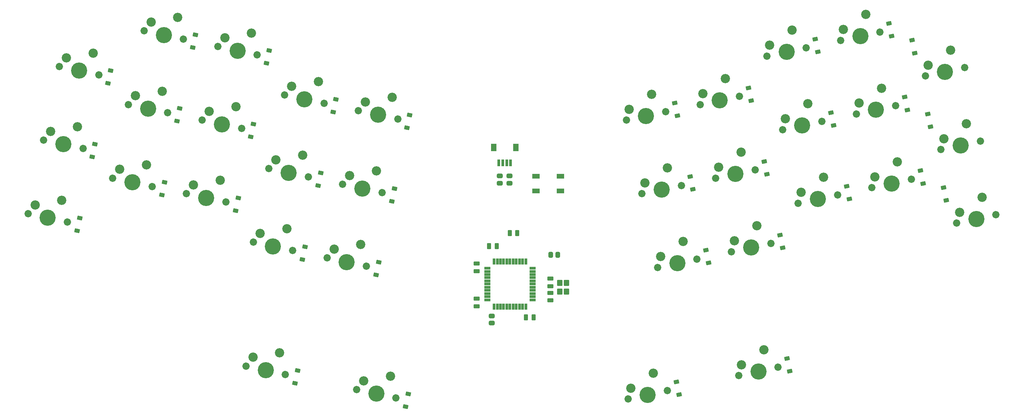
<source format=gbr>
%TF.GenerationSoftware,KiCad,Pcbnew,(6.0.4-0)*%
%TF.CreationDate,2023-01-26T20:21:59-08:00*%
%TF.ProjectId,chiffevo,63686966-6665-4766-9f2e-6b696361645f,v1.0.0*%
%TF.SameCoordinates,Original*%
%TF.FileFunction,Soldermask,Bot*%
%TF.FilePolarity,Negative*%
%FSLAX46Y46*%
G04 Gerber Fmt 4.6, Leading zero omitted, Abs format (unit mm)*
G04 Created by KiCad (PCBNEW (6.0.4-0)) date 2023-01-26 20:21:59*
%MOMM*%
%LPD*%
G01*
G04 APERTURE LIST*
G04 Aperture macros list*
%AMRoundRect*
0 Rectangle with rounded corners*
0 $1 Rounding radius*
0 $2 $3 $4 $5 $6 $7 $8 $9 X,Y pos of 4 corners*
0 Add a 4 corners polygon primitive as box body*
4,1,4,$2,$3,$4,$5,$6,$7,$8,$9,$2,$3,0*
0 Add four circle primitives for the rounded corners*
1,1,$1+$1,$2,$3*
1,1,$1+$1,$4,$5*
1,1,$1+$1,$6,$7*
1,1,$1+$1,$8,$9*
0 Add four rect primitives between the rounded corners*
20,1,$1+$1,$2,$3,$4,$5,0*
20,1,$1+$1,$4,$5,$6,$7,0*
20,1,$1+$1,$6,$7,$8,$9,0*
20,1,$1+$1,$8,$9,$2,$3,0*%
G04 Aperture macros list end*
%ADD10C,2.350000*%
%ADD11C,1.850000*%
%ADD12C,4.087800*%
%ADD13RoundRect,0.050000X0.900000X0.550000X-0.900000X0.550000X-0.900000X-0.550000X0.900000X-0.550000X0*%
%ADD14RoundRect,0.050000X0.680449X-0.315419X0.493328X0.564913X-0.680449X0.315419X-0.493328X-0.564913X0*%
%ADD15RoundRect,0.050000X0.493328X-0.564913X0.680449X0.315419X-0.493328X0.564913X-0.680449X-0.315419X0*%
%ADD16RoundRect,0.050000X-0.300000X-0.775000X0.300000X-0.775000X0.300000X0.775000X-0.300000X0.775000X0*%
%ADD17RoundRect,0.050000X-0.600000X-0.900000X0.600000X-0.900000X0.600000X0.900000X-0.600000X0.900000X0*%
%ADD18RoundRect,0.300000X-0.250000X-0.475000X0.250000X-0.475000X0.250000X0.475000X-0.250000X0.475000X0*%
%ADD19RoundRect,0.050000X0.600000X-0.700000X0.600000X0.700000X-0.600000X0.700000X-0.600000X-0.700000X0*%
%ADD20RoundRect,0.300000X-0.475000X0.250000X-0.475000X-0.250000X0.475000X-0.250000X0.475000X0.250000X0*%
%ADD21RoundRect,0.050000X-0.680449X0.315419X-0.493328X-0.564913X0.680449X-0.315419X0.493328X0.564913X0*%
%ADD22RoundRect,0.050000X0.750000X0.275000X-0.750000X0.275000X-0.750000X-0.275000X0.750000X-0.275000X0*%
%ADD23RoundRect,0.050000X-0.275000X0.750000X-0.275000X-0.750000X0.275000X-0.750000X0.275000X0.750000X0*%
%ADD24RoundRect,0.300000X-0.450000X0.262500X-0.450000X-0.262500X0.450000X-0.262500X0.450000X0.262500X0*%
%ADD25RoundRect,0.300000X0.475000X-0.250000X0.475000X0.250000X-0.475000X0.250000X-0.475000X-0.250000X0*%
%ADD26RoundRect,0.300000X-0.262500X-0.450000X0.262500X-0.450000X0.262500X0.450000X-0.262500X0.450000X0*%
%ADD27RoundRect,0.300000X0.250000X0.475000X-0.250000X0.475000X-0.250000X-0.475000X0.250000X-0.475000X0*%
G04 APERTURE END LIST*
D10*
%TO.C,MX21*%
X80164317Y-111957422D03*
X73424984Y-113121678D03*
D11*
X71654641Y-115342125D03*
D12*
X76623631Y-116398316D03*
D11*
X81592621Y-117454507D03*
%TD*%
D10*
%TO.C,MX20*%
X308652307Y-92561559D03*
X302969165Y-96366294D03*
D11*
X302255013Y-99114836D03*
X312192993Y-97002454D03*
D12*
X307224003Y-98058645D03*
%TD*%
D11*
%TO.C,MX17*%
X245366297Y-106350786D03*
D12*
X250335287Y-105294595D03*
D11*
X255304277Y-104238404D03*
D10*
X246080449Y-103602244D03*
X251763591Y-99797509D03*
%TD*%
D11*
%TO.C,MX18*%
X262232760Y-94075815D03*
X272170740Y-91963433D03*
D12*
X267201750Y-93019624D03*
D10*
X262946912Y-91327273D03*
X268630054Y-87522538D03*
%TD*%
%TO.C,MX13*%
X124147288Y-88284689D03*
X117407955Y-89448945D03*
D12*
X120606602Y-92725583D03*
D11*
X125575592Y-93781774D03*
X115637612Y-91669392D03*
%TD*%
D12*
%TO.C,MX10*%
X303263285Y-79424931D03*
D11*
X308232275Y-78368740D03*
X298294295Y-80481122D03*
D10*
X299008447Y-77732580D03*
X304691589Y-73927845D03*
%TD*%
D12*
%TO.C,MX4*%
X141433783Y-86366843D03*
D11*
X146402773Y-87423034D03*
X136464793Y-85310652D03*
D10*
X138235136Y-83090205D03*
X144974469Y-81925949D03*
%TD*%
D11*
%TO.C,MX27*%
X249327015Y-124984499D03*
X259264995Y-122872117D03*
D12*
X254296005Y-123928308D03*
D10*
X250041167Y-122235957D03*
X255724309Y-118431222D03*
%TD*%
D12*
%TO.C,MX15*%
X156106775Y-108961274D03*
D11*
X151137785Y-107905083D03*
X161075765Y-110017465D03*
D10*
X152908128Y-105684636D03*
X159647461Y-104520380D03*
%TD*%
D12*
%TO.C,MX1*%
X84545066Y-79130892D03*
D11*
X89514056Y-80187083D03*
X79576076Y-78074701D03*
D10*
X81346419Y-75854254D03*
X88085752Y-74689998D03*
%TD*%
%TO.C,MX25*%
X155686745Y-123154091D03*
X148947412Y-124318347D03*
D12*
X152146059Y-127594985D03*
D11*
X147177069Y-126538794D03*
X157115049Y-128651176D03*
%TD*%
D12*
%TO.C,MX3*%
X124567319Y-74091871D03*
D11*
X129536309Y-75148062D03*
X119598329Y-73035680D03*
D10*
X121368672Y-70815233D03*
X128108005Y-69650977D03*
%TD*%
%TO.C,MX31*%
X135219122Y-150547240D03*
X128479789Y-151711496D03*
D11*
X126709446Y-153931943D03*
D12*
X131678436Y-154988134D03*
D11*
X136647426Y-156044325D03*
%TD*%
D10*
%TO.C,MX24*%
X137053032Y-119193373D03*
X130313699Y-120357629D03*
D12*
X133512346Y-123634267D03*
D11*
X128543356Y-122578076D03*
X138481336Y-124690458D03*
%TD*%
%TO.C,MX16*%
X236670565Y-108199122D03*
X226732585Y-110311504D03*
D12*
X231701575Y-109255313D03*
D10*
X227446737Y-107562962D03*
X233129879Y-103758227D03*
%TD*%
%TO.C,MX32*%
X163169690Y-156488316D03*
X156430357Y-157652572D03*
D11*
X154660014Y-159873019D03*
X164597994Y-161985401D03*
D12*
X159629004Y-160929210D03*
%TD*%
D11*
%TO.C,MX9*%
X286843733Y-69369003D03*
X276905753Y-71481385D03*
D12*
X281874743Y-70425194D03*
D10*
X277619905Y-68732843D03*
X283303047Y-64928108D03*
%TD*%
%TO.C,MX2*%
X109474294Y-65690260D03*
X102734961Y-66854516D03*
D11*
X110902598Y-71187345D03*
X100964618Y-69074963D03*
D12*
X105933608Y-70131154D03*
%TD*%
D10*
%TO.C,MX30*%
X312613024Y-111195270D03*
X306929882Y-115000005D03*
D11*
X316153710Y-115636165D03*
X306215730Y-117748547D03*
D12*
X311184720Y-116692356D03*
%TD*%
D10*
%TO.C,MX34*%
X257558220Y-149785087D03*
X251875078Y-153589822D03*
D11*
X251160926Y-156338364D03*
D12*
X256129916Y-155282173D03*
D11*
X261098906Y-154225982D03*
%TD*%
%TO.C,MX5*%
X155098504Y-89271371D03*
D12*
X160067494Y-90327562D03*
D11*
X165036484Y-91383753D03*
D10*
X156868847Y-87050924D03*
X163608180Y-85886668D03*
%TD*%
%TO.C,MX28*%
X272590771Y-106156250D03*
X266907629Y-109960985D03*
D11*
X276131457Y-110597145D03*
D12*
X271162467Y-111653336D03*
D11*
X266193477Y-112709527D03*
%TD*%
%TO.C,MX29*%
X284827188Y-108748809D03*
X294765168Y-106636427D03*
D12*
X289796178Y-107692618D03*
D10*
X285541340Y-106000267D03*
X291224482Y-102195532D03*
%TD*%
D11*
%TO.C,MX7*%
X241405580Y-87717075D03*
X251343560Y-85604693D03*
D12*
X246374570Y-86660884D03*
D10*
X242119732Y-84968533D03*
X247802874Y-81163798D03*
%TD*%
D11*
%TO.C,MX26*%
X240631283Y-126832833D03*
X230693303Y-128945215D03*
D12*
X235662293Y-127889024D03*
D10*
X231407455Y-126196673D03*
X237090597Y-122391938D03*
%TD*%
D11*
%TO.C,MX19*%
X290804451Y-88002714D03*
D12*
X285835461Y-89058905D03*
D11*
X280866471Y-90115096D03*
D10*
X281580623Y-87366554D03*
X287263765Y-83561819D03*
%TD*%
D11*
%TO.C,MX8*%
X258272041Y-75442102D03*
X268210021Y-73329720D03*
D12*
X263241031Y-74385911D03*
D10*
X258986193Y-72693560D03*
X264669335Y-68888825D03*
%TD*%
%TO.C,MX12*%
X105513576Y-84323972D03*
X98774243Y-85488228D03*
D12*
X101972890Y-88764866D03*
D11*
X106941880Y-89821057D03*
X97003900Y-87708675D03*
%TD*%
%TO.C,MX11*%
X85553340Y-98820795D03*
D12*
X80584350Y-97764604D03*
D11*
X75615360Y-96708413D03*
D10*
X77385703Y-94487966D03*
X84125036Y-93323710D03*
%TD*%
D11*
%TO.C,MX22*%
X93043182Y-106342387D03*
X102981162Y-108454769D03*
D12*
X98012172Y-107398578D03*
D10*
X94813525Y-104121940D03*
X101552858Y-102957684D03*
%TD*%
D12*
%TO.C,MX6*%
X227740856Y-90621602D03*
D11*
X232709846Y-89565411D03*
X222771866Y-91677793D03*
D10*
X223486018Y-88929251D03*
X229169160Y-85124516D03*
%TD*%
%TO.C,MX23*%
X120186570Y-106918401D03*
X113447237Y-108082657D03*
D11*
X111676894Y-110303104D03*
D12*
X116645884Y-111359295D03*
D11*
X121614874Y-112415486D03*
%TD*%
D10*
%TO.C,MX33*%
X229607651Y-155726163D03*
X223924509Y-159530898D03*
D11*
X233148337Y-160167058D03*
D12*
X228179347Y-161223249D03*
D11*
X223210357Y-162279440D03*
%TD*%
%TO.C,MX14*%
X132504075Y-103944365D03*
X142442055Y-106056747D03*
D12*
X137473065Y-105000556D03*
D10*
X134274418Y-101723918D03*
X141013751Y-100559662D03*
%TD*%
D13*
%TO.C,SW1*%
X206146152Y-109582070D03*
X199946152Y-109582070D03*
X199946152Y-105882070D03*
X206146152Y-105882070D03*
%TD*%
D14*
%TO.C,D29*%
X297032094Y-104467713D03*
X297718202Y-107695601D03*
%TD*%
D15*
%TO.C,D15*%
X163527769Y-112225517D03*
X164213877Y-108997629D03*
%TD*%
D14*
%TO.C,D9*%
X289110660Y-67200288D03*
X289796768Y-70428176D03*
%TD*%
%TO.C,D6*%
X235648314Y-90556046D03*
X234962206Y-87328158D03*
%TD*%
D15*
%TO.C,D24*%
X140919046Y-126965759D03*
X141605154Y-123737871D03*
%TD*%
D14*
%TO.C,D27*%
X262236464Y-124018031D03*
X261550356Y-120790143D03*
%TD*%
D15*
%TO.C,D32*%
X167736105Y-160965565D03*
X167049997Y-164193453D03*
%TD*%
D16*
%TO.C,J1*%
X193547900Y-102444570D03*
X192547900Y-102444570D03*
X191547900Y-102444570D03*
X190547900Y-102444570D03*
D17*
X194847900Y-98569570D03*
X189247900Y-98569570D03*
%TD*%
D18*
%TO.C,C6*%
X199333652Y-141632070D03*
X197433652Y-141632070D03*
%TD*%
D15*
%TO.C,D4*%
X148714166Y-89601200D03*
X149400274Y-86373312D03*
%TD*%
D19*
%TO.C,Y1*%
X207627402Y-135057070D03*
X207627402Y-132857070D03*
X205927402Y-132857070D03*
X205927402Y-135057070D03*
%TD*%
D14*
%TO.C,D19*%
X293071378Y-85834001D03*
X293757486Y-89061889D03*
%TD*%
D20*
%TO.C,C2*%
X203577402Y-133707070D03*
X203577402Y-131807070D03*
%TD*%
D21*
%TO.C,D10*%
X294948011Y-71449881D03*
X295634119Y-74677769D03*
%TD*%
D15*
%TO.C,D5*%
X167347878Y-93561917D03*
X168033986Y-90334029D03*
%TD*%
D22*
%TO.C,U2*%
X187677402Y-129157070D03*
X187677402Y-129957070D03*
X187677402Y-130757070D03*
X187677402Y-131557070D03*
X187677402Y-132357070D03*
X187677402Y-133157070D03*
X187677402Y-133957070D03*
X187677402Y-134757070D03*
X187677402Y-135557070D03*
X187677402Y-136357070D03*
X187677402Y-137157070D03*
D23*
X189377402Y-138857070D03*
X190177402Y-138857070D03*
X190977402Y-138857070D03*
X191777402Y-138857070D03*
X192577402Y-138857070D03*
X193377402Y-138857070D03*
X194177402Y-138857070D03*
X194977402Y-138857070D03*
X195777402Y-138857070D03*
X196577402Y-138857070D03*
X197377402Y-138857070D03*
D22*
X199077402Y-137157070D03*
X199077402Y-136357070D03*
X199077402Y-135557070D03*
X199077402Y-134757070D03*
X199077402Y-133957070D03*
X199077402Y-133157070D03*
X199077402Y-132357070D03*
X199077402Y-131557070D03*
X199077402Y-130757070D03*
X199077402Y-129957070D03*
X199077402Y-129157070D03*
D23*
X197377402Y-127457070D03*
X196577402Y-127457070D03*
X195777402Y-127457070D03*
X194977402Y-127457070D03*
X194177402Y-127457070D03*
X193377402Y-127457070D03*
X192577402Y-127457070D03*
X191777402Y-127457070D03*
X190977402Y-127457070D03*
X190177402Y-127457070D03*
X189377402Y-127457070D03*
%TD*%
D15*
%TO.C,D1*%
X91825450Y-82365248D03*
X92511558Y-79137360D03*
%TD*%
D24*
%TO.C,R3*%
X190847900Y-107632070D03*
X190847900Y-105807070D03*
%TD*%
D14*
%TO.C,D33*%
X235400696Y-157929806D03*
X236086804Y-161157694D03*
%TD*%
D24*
%TO.C,R4*%
X188783652Y-143044570D03*
X188783652Y-141219570D03*
%TD*%
D15*
%TO.C,D14*%
X144894056Y-108264799D03*
X145580164Y-105036911D03*
%TD*%
D14*
%TO.C,D17*%
X258275748Y-105384320D03*
X257589640Y-102156432D03*
%TD*%
D15*
%TO.C,D22*%
X106133567Y-107367685D03*
X105447459Y-110595573D03*
%TD*%
D21*
%TO.C,D30*%
X302869446Y-108717306D03*
X303555554Y-111945194D03*
%TD*%
D14*
%TO.C,D8*%
X270476947Y-71161006D03*
X271163055Y-74388894D03*
%TD*%
%TO.C,D26*%
X243569748Y-127823469D03*
X242883640Y-124595581D03*
%TD*%
D25*
%TO.C,C1*%
X203577402Y-135407070D03*
X203577402Y-137307070D03*
%TD*%
D18*
%TO.C,C4*%
X195233652Y-120232070D03*
X193333652Y-120232070D03*
%TD*%
D14*
%TO.C,D18*%
X274437665Y-89794720D03*
X275123773Y-93022608D03*
%TD*%
D15*
%TO.C,D23*%
X124767279Y-111328403D03*
X124081171Y-114556291D03*
%TD*%
%TO.C,D2*%
X113228285Y-73298262D03*
X113914393Y-70070374D03*
%TD*%
D20*
%TO.C,C5*%
X184977402Y-129907070D03*
X184977402Y-128007070D03*
%TD*%
D21*
%TO.C,D20*%
X298908728Y-90083593D03*
X299594836Y-93311481D03*
%TD*%
D14*
%TO.C,D16*%
X239609030Y-109189757D03*
X238922922Y-105961869D03*
%TD*%
D26*
%TO.C,R1*%
X205496152Y-125732070D03*
X203671152Y-125732070D03*
%TD*%
D24*
%TO.C,R2*%
X193246152Y-107644570D03*
X193246152Y-105819570D03*
%TD*%
D14*
%TO.C,D7*%
X254315031Y-86750608D03*
X253628923Y-83522720D03*
%TD*%
D15*
%TO.C,D3*%
X132548106Y-74031091D03*
X131861998Y-77258979D03*
%TD*%
D14*
%TO.C,D34*%
X263351263Y-151988729D03*
X264037371Y-155216617D03*
%TD*%
D15*
%TO.C,D31*%
X139785538Y-155024489D03*
X139099430Y-158252377D03*
%TD*%
%TO.C,D25*%
X159567051Y-130859229D03*
X160253159Y-127631341D03*
%TD*%
%TO.C,D11*%
X87864733Y-100998960D03*
X88550841Y-97771072D03*
%TD*%
%TO.C,D21*%
X84730732Y-116434670D03*
X84044624Y-119662558D03*
%TD*%
D27*
%TO.C,C8*%
X188127402Y-123557070D03*
X190027402Y-123557070D03*
%TD*%
D15*
%TO.C,D13*%
X128587387Y-92664804D03*
X127901279Y-95892692D03*
%TD*%
D25*
%TO.C,C7*%
X184983652Y-136882070D03*
X184983652Y-138782070D03*
%TD*%
D14*
%TO.C,D28*%
X278398383Y-108428430D03*
X279084491Y-111656318D03*
%TD*%
D15*
%TO.C,D12*%
X109953676Y-88704085D03*
X109267568Y-91931973D03*
%TD*%
M02*

</source>
